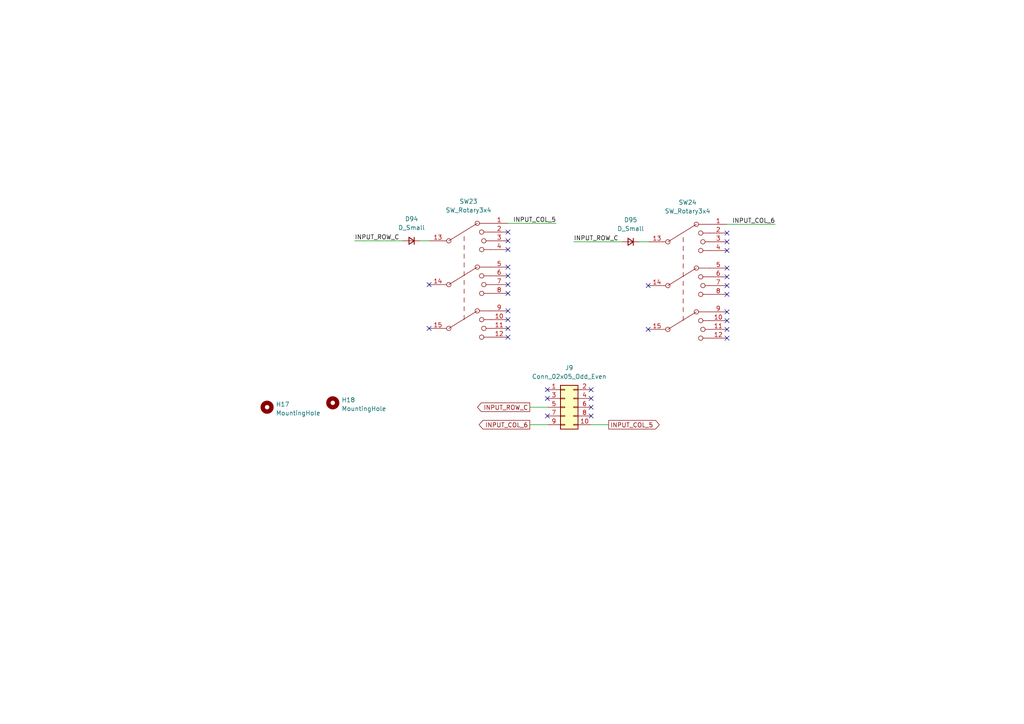
<source format=kicad_sch>
(kicad_sch (version 20211123) (generator eeschema)
  (paper "A4")
  (lib_symbols
    (symbol "Connector_Generic:Conn_02x05_Odd_Even" (pin_names (offset 1.016) hide)
      (property "Reference" "J" (at 1.27 7.62 0))
      (property "Value" "Conn_02x05_Odd_Even" (at 1.27 -7.62 0))
      (symbol "Conn_02x05_Odd_Even_1_1"
        (rectangle (start -1.27 -4.953) (end 0 -5.207) (stroke (width 0.1524)))
        (rectangle (start -1.27 -2.413) (end 0 -2.667) (stroke (width 0.1524)))
        (rectangle (start -1.27 0.127) (end 0 -0.127) (stroke (width 0.1524)))
        (rectangle (start -1.27 2.667) (end 0 2.413) (stroke (width 0.1524)))
        (rectangle (start -1.27 5.207) (end 0 4.953) (stroke (width 0.1524)))
        (rectangle (start -1.27 6.35) (end 3.81 -6.35) (stroke (width 0.254)) (fill (type background)))
        (rectangle (start 3.81 -4.953) (end 2.54 -5.207) (stroke (width 0.1524)))
        (rectangle (start 3.81 -2.413) (end 2.54 -2.667) (stroke (width 0.1524)))
        (rectangle (start 3.81 0.127) (end 2.54 -0.127) (stroke (width 0.1524)))
        (rectangle (start 3.81 2.667) (end 2.54 2.413) (stroke (width 0.1524)))
        (rectangle (start 3.81 5.207) (end 2.54 4.953) (stroke (width 0.1524)))
        (pin passive line (at -5.08 5.08 0) (length 3.81) (name "Pin_1") (number "1"))
        (pin passive line (at 7.62 -5.08 180) (length 3.81) (name "Pin_10") (number "10"))
        (pin passive line (at 7.62 5.08 180) (length 3.81) (name "Pin_2") (number "2"))
        (pin passive line (at -5.08 2.54 0) (length 3.81) (name "Pin_3") (number "3"))
        (pin passive line (at 7.62 2.54 180) (length 3.81) (name "Pin_4") (number "4"))
        (pin passive line (at -5.08 0 0) (length 3.81) (name "Pin_5") (number "5"))
        (pin passive line (at 7.62 0 180) (length 3.81) (name "Pin_6") (number "6"))
        (pin passive line (at -5.08 -2.54 0) (length 3.81) (name "Pin_7") (number "7"))
        (pin passive line (at 7.62 -2.54 180) (length 3.81) (name "Pin_8") (number "8"))
        (pin passive line (at -5.08 -5.08 0) (length 3.81) (name "Pin_9") (number "9"))
      )
    )
    (symbol "Device:D_Small" (pin_numbers hide) (pin_names (offset 0.254) hide)
      (property "Reference" "D" (at -1.27 2.032 0))
      (property "Value" "D_Small" (at -3.81 -2.032 0))
      (symbol "D_Small_0_1"
        (polyline (pts (xy -0.762 -1.016) (xy -0.762 1.016)) (stroke (width 0.254)))
        (polyline (pts (xy -0.762 0) (xy 0.762 0)))
        (polyline (pts (xy 0.762 -1.016) (xy -0.762 0) (xy 0.762 1.016) (xy 0.762 -1.016)) (stroke (width 0.254)))
      )
      (symbol "D_Small_1_1"
        (pin passive line (at -2.54 0 0) (length 1.778) (name "K") (number "1"))
        (pin passive line (at 2.54 0 180) (length 1.778) (name "A") (number "2"))
      )
    )
    (symbol "Mechanical:MountingHole" (pin_names (offset 1.016))
      (property "Reference" "H" (at 0 5.08 0))
      (property "Value" "MountingHole" (at 0 3.175 0))
      (symbol "MountingHole_0_1"
        (circle (center 0 0) (radius 1.27) (stroke (width 1.27)))
      )
    )
    (symbol "Switch:SW_Rotary3x4" (pin_names (offset 1.016) hide)
      (property "Reference" "SW" (at 0 20.32 0))
      (property "Value" "SW_Rotary3x4" (at 0 -17.78 0))
      (symbol "SW_Rotary3x4_0_0"
        (circle (center -4.445 -12.7) (radius 0.635))
        (circle (center -4.445 0) (radius 0.635))
        (circle (center -4.445 12.7) (radius 0.635))
        (polyline (pts (xy -4.445 -12.7) (xy 3.81 -7.62)))
        (polyline (pts (xy -4.445 0) (xy 3.81 5.08)))
        (polyline (pts (xy -4.445 12.7) (xy 3.81 17.78)))
        (polyline (pts (xy 0 -10.16) (xy 0 -8.89)))
        (polyline (pts (xy 0 -7.62) (xy 0 -6.35)))
        (polyline (pts (xy 0 -5.08) (xy 0 -3.81)))
        (polyline (pts (xy 0 -2.54) (xy 0 -1.27)))
        (polyline (pts (xy 0 0) (xy 0 1.27)))
        (polyline (pts (xy 0 2.54) (xy 0 3.81)))
        (polyline (pts (xy 0 5.08) (xy 0 6.35)))
        (polyline (pts (xy 0 7.62) (xy 0 8.89)))
        (polyline (pts (xy 0 10.16) (xy 0 11.43)))
        (polyline (pts (xy 0 12.7) (xy 0 13.97)))
        (polyline (pts (xy 4.445 -7.62) (xy 7.62 -7.62)))
        (polyline (pts (xy 4.445 5.08) (xy 7.62 5.08)))
        (polyline (pts (xy 4.445 17.78) (xy 7.62 17.78)))
        (polyline (pts (xy 5.715 -15.24) (xy 7.62 -15.24)))
        (polyline (pts (xy 5.715 -10.16) (xy 7.62 -10.16)))
        (polyline (pts (xy 5.715 -2.54) (xy 7.62 -2.54)))
        (polyline (pts (xy 5.715 2.54) (xy 7.62 2.54)))
        (polyline (pts (xy 5.715 10.16) (xy 7.62 10.16)))
        (polyline (pts (xy 5.715 15.24) (xy 7.62 15.24)))
        (polyline (pts (xy 6.35 -12.7) (xy 7.62 -12.7)))
        (polyline (pts (xy 6.35 0) (xy 7.62 0)))
        (polyline (pts (xy 6.35 12.7) (xy 7.62 12.7)))
        (circle (center 3.81 -7.62) (radius 0.635))
        (circle (center 3.81 5.08) (radius 0.635))
        (circle (center 3.81 17.78) (radius 0.635))
        (circle (center 5.08 -15.24) (radius 0.635))
        (circle (center 5.08 -10.16) (radius 0.635))
        (circle (center 5.08 -2.54) (radius 0.635))
        (circle (center 5.08 2.54) (radius 0.635))
        (circle (center 5.08 10.16) (radius 0.635))
        (circle (center 5.08 15.24) (radius 0.635))
        (circle (center 5.715 -12.7) (radius 0.635))
        (circle (center 5.715 0) (radius 0.635))
        (circle (center 5.715 12.7) (radius 0.635))
      )
      (symbol "SW_Rotary3x4_0_1"
        (pin passive line (at 12.7 17.78 180) (length 5.08) (name "1") (number "1"))
        (pin passive line (at 12.7 -10.16 180) (length 5.08) (name "10") (number "10"))
        (pin passive line (at 12.7 -12.7 180) (length 5.08) (name "11") (number "11"))
        (pin passive line (at 12.7 -15.24 180) (length 5.08) (name "12") (number "12"))
        (pin passive line (at -10.16 12.7 0) (length 5.08) (name "13") (number "13"))
        (pin passive line (at -10.16 0 0) (length 5.08) (name "14") (number "14"))
        (pin passive line (at -10.16 -12.7 0) (length 5.08) (name "15") (number "15"))
        (pin passive line (at 12.7 15.24 180) (length 5.08) (name "2") (number "2"))
        (pin passive line (at 12.7 12.7 180) (length 5.08) (name "3") (number "3"))
        (pin passive line (at 12.7 10.16 180) (length 5.08) (name "4") (number "4"))
        (pin passive line (at 12.7 5.08 180) (length 5.08) (name "5") (number "5"))
        (pin passive line (at 12.7 2.54 180) (length 5.08) (name "6") (number "6"))
        (pin passive line (at 12.7 0 180) (length 5.08) (name "7") (number "7"))
        (pin passive line (at 12.7 -2.54 180) (length 5.08) (name "8") (number "8"))
        (pin passive line (at 12.7 -7.62 180) (length 5.08) (name "9") (number "9"))
      )
    )
  )
  (no_connect (at 124.46 82.55))
  (no_connect (at 147.32 90.17))
  (no_connect (at 147.32 97.79))
  (no_connect (at 147.32 82.55))
  (no_connect (at 147.32 67.31))
  (no_connect (at 210.8592 98.0754))
  (no_connect (at 124.46 95.25))
  (no_connect (at 147.32 95.25))
  (no_connect (at 147.32 77.47))
  (no_connect (at 210.8592 67.5954))
  (no_connect (at 147.32 69.85))
  (no_connect (at 210.8592 77.7554))
  (no_connect (at 210.8592 85.3754))
  (no_connect (at 210.8592 92.9954))
  (no_connect (at 147.32 85.09))
  (no_connect (at 171.45 118.11))
  (no_connect (at 171.45 113.03))
  (no_connect (at 171.45 115.57))
  (no_connect (at 171.45 120.65))
  (no_connect (at 158.75 113.03))
  (no_connect (at 158.75 115.57))
  (no_connect (at 158.75 120.65))
  (no_connect (at 210.8592 95.5354))
  (no_connect (at 147.32 92.71))
  (no_connect (at 147.32 72.39))
  (no_connect (at 187.9992 95.5354))
  (no_connect (at 210.8592 82.8354))
  (no_connect (at 210.8592 90.4554))
  (no_connect (at 210.8592 80.2954))
  (no_connect (at 210.8592 70.1354))
  (no_connect (at 210.8592 72.6754))
  (no_connect (at 187.9992 82.8354))
  (no_connect (at 147.32 80.01))
  (wire (pts (xy 158.75 123.19) (xy 153.67 123.19)))
  (wire (pts (xy 116.84 69.85) (xy 102.87 69.85)))
  (wire (pts (xy 210.8592 65.0554) (xy 224.8292 65.0554)))
  (wire (pts (xy 147.32 64.77) (xy 161.29 64.77)))
  (wire (pts (xy 171.45 123.19) (xy 176.53 123.19)))
  (wire (pts (xy 185.4592 70.1354) (xy 187.9992 70.1354)))
  (wire (pts (xy 121.92 69.85) (xy 124.46 69.85)))
  (wire (pts (xy 180.3792 70.1354) (xy 166.4092 70.1354)))
  (wire (pts (xy 153.67 118.11) (xy 158.75 118.11)))
  (label "INPUT_COL_6" (at 224.8292 65.0554 180))
  (label "INPUT_COL_5" (at 161.29 64.77 180))
  (label "INPUT_ROW_C" (at 166.4092 70.1354 0))
  (label "INPUT_ROW_C" (at 102.87 69.85 0))
  (global_label "INPUT_ROW_C" (shape output) (at 153.67 118.11 180) (property "Intersheet References" "${INTERSHEET_REFS}" (effects hide)))
  (global_label "INPUT_COL_5" (shape output) (at 176.53 123.19 0) (property "Intersheet References" "${INTERSHEET_REFS}" (effects hide)))
  (global_label "INPUT_COL_6" (shape output) (at 153.67 123.19 180) (property "Intersheet References" "${INTERSHEET_REFS}" (effects hide)))
  (symbol (lib_id "Switch:SW_Rotary3x4") (at 134.62 82.55 0) (unit 1)
    (property "Reference" "SW23" (at 135.89 58.42 0))
    (property "Value" "SW_Rotary3x4" (at 135.89 60.96 0))
    (property "Footprint" "Fiozera:RTS-01-304-12.7RP" (effects hide))
    (property "Datasheet" "http://cdn-reichelt.de/documents/datenblatt/C200/DS-Serie%23LOR.pdf" (effects hide))
  )
  (symbol (lib_id "Switch:SW_Rotary3x4") (at 198.1592 82.8354 0) (unit 1)
    (property "Reference" "SW24" (at 199.4292 58.7054 0))
    (property "Value" "SW_Rotary3x4" (at 199.4292 61.2454 0))
    (property "Footprint" "Fiozera:RTS-01-304-12.7RP" (effects hide))
    (property "Datasheet" "http://cdn-reichelt.de/documents/datenblatt/C200/DS-Serie%23LOR.pdf" (effects hide))
  )
  (symbol (lib_id "Device:D_Small") (at 182.9192 70.1354 180) (unit 1)
    (property "Reference" "D95" (at 182.9192 63.7854 0))
    (property "Value" "D_Small" (at 182.9192 66.3254 0))
    (property "Footprint" "Diode_THT:D_DO-35_SOD27_P7.62mm_Horizontal" (effects hide))
  )
  (symbol (lib_id "Mechanical:MountingHole") (at 96.52 116.84 0) (unit 1)
    (property "Reference" "H18" (at 99.06 116.0053 0) (effects (justify left)))
    (property "Value" "MountingHole" (at 99.06 118.5422 0) (effects (justify left)))
    (property "Footprint" "MountingHole:MountingHole_3.2mm_M3" (effects hide))
  )
  (symbol (lib_id "Mechanical:MountingHole") (at 77.47 118.11 0) (unit 1)
    (property "Reference" "H17" (at 80.01 117.2753 0) (effects (justify left)))
    (property "Value" "MountingHole" (at 80.01 119.8122 0) (effects (justify left)))
    (property "Footprint" "MountingHole:MountingHole_3.2mm_M3" (effects hide))
  )
  (symbol (lib_id "Connector_Generic:Conn_02x05_Odd_Even") (at 163.83 118.11 0) (unit 1)
    (property "Reference" "J9" (at 165.1 106.68 0))
    (property "Value" "Conn_02x05_Odd_Even" (at 165.1 109.22 0))
    (property "Footprint" "Connector_PinHeader_2.54mm:PinHeader_2x05_P2.54mm_Vertical" (effects hide))
  )
  (symbol (lib_id "Device:D_Small") (at 119.38 69.85 180) (unit 1)
    (property "Reference" "D94" (at 119.38 63.5 0))
    (property "Value" "D_Small" (at 119.38 66.04 0))
    (property "Footprint" "Diode_THT:D_DO-35_SOD27_P7.62mm_Horizontal" (effects hide))
  )
)
</source>
